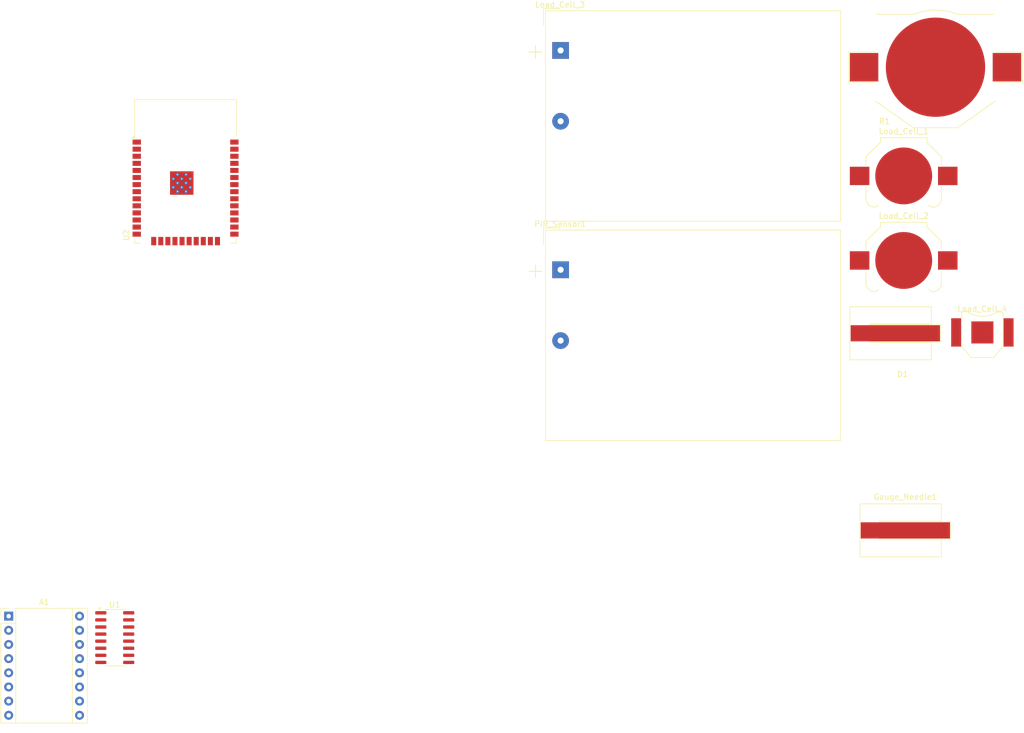
<source format=kicad_pcb>
(kicad_pcb (version 20240108) (generator "pcbnew") (generator_version "8.0")
  (layers (0 "F.Cu" signal) (31 "B.Cu" signal) (34 "B.Paste" user) (35 "F.Paste" user) (36 "B.SilkS" user "B.Silkscreen") (37 "F.SilkS" user "F.Silkscreen") (38 "B.Mask" user) (39 "F.Mask" user) (44 "Edge.Cuts" user))
  (net 0 "")
  (net 2 "Net-(A1-1B)")
  (net 3 "Net-(A1-VDD)")
  (net 5 "Net-(A1-STEP)")
  (net 9 "Net-(A1-~{ENABLE})")
  (net 11 "Net-(A1-2A)")
  (net 13 "Net-(A1-DIR)")
  (net 14 "Net-(A1-1A)")
  (net 15 "Net-(A1-2B)")
  (net 17 "Net-(Load_Cell_1-Sig+)")
  (net 24 "Net-(Load_Cell_2-Sig-)")
  (net 25 "Net-(Load_Cell_1-Exc-)")
  (net 26 "Net-(Load_Cell_1-Exc+)")
  (net 28 "Net-(U1-PD_SCK)")
  (net 31 "Net-(U1-DOUT)")
  (net 35 "Net-(U2-IO34)")
  (net 49 "Net-(PIR_Sensor1-OUT)")
  (net 63 "Net-(D1-A)")
  (footprint "Battery:BatteryHolder_Keystone_2993" (layer "F.Cu") (at 251.5 132)
    (property "Reference" "Gauge_Needle1" (at 0 -6 0) (layer "F.SilkS"))
    (property "Value" "Stepper_Motor_Gauge")
    (fp_line (start -8.15 -4.75) (end -8.15 4.75) (stroke (width 0.12)) (layer "F.SilkS"))
    (fp_line (start -8.15 -4.75) (end 6.45 -4.75) (stroke (width 0.12)) (layer "F.SilkS"))
    (fp_line (start -8.15 4.75) (end 6.45 4.75) (stroke (width 0.12)) (layer "F.SilkS"))
    (fp_line (start -4.65 -1.65) (end -4.65 -1.55) (stroke (width 0.12)) (layer "F.SilkS"))
    (fp_line (start -4.65 -1.55) (end 8.15 -1.55) (stroke (width 0.12)) (layer "F.SilkS"))
    (fp_line (start -4.65 1.55) (end 8.15 1.55) (stroke (width 0.12)) (layer "F.SilkS"))
    (fp_line (start -4.65 1.65) (end -4.65 1.55) (stroke (width 0.12)) (layer "F.SilkS"))
    (fp_line (start 6.45 -4.75) (end 6.45 -1.65) (stroke (width 0.12)) (layer "F.SilkS"))
    (fp_line (start 6.45 -1.65) (end -4.65 -1.65) (stroke (width 0.12)) (layer "F.SilkS"))
    (fp_line (start 6.45 1.65) (end -4.65 1.65) (stroke (width 0.12)) (layer "F.SilkS"))
    (fp_line (start 6.45 4.75) (end 6.45 1.65) (stroke (width 0.12)) (layer "F.SilkS"))
    (fp_line (start 8.15 -1.55) (end 8.15 1.55) (stroke (width 0.12)) (layer "F.SilkS"))
    (pad "1" smd rect (at 0 0) (size 16 2.9) (layers "F.Cu" "F.Paste" "F.Mask"))
  )
  (footprint "Battery:BatteryHolder_Keystone_2993" (layer "F.Cu") (at 249.7 96.65)
    (property "Reference" "D1" (at 1.3 7.35 0) (layer "F.SilkS"))
    (property "Value" "LED")
    (fp_line (start -8.15 -4.75) (end -8.15 4.75) (stroke (width 0.12)) (layer "F.SilkS"))
    (fp_line (start -8.15 -4.75) (end 6.45 -4.75) (stroke (width 0.12)) (layer "F.SilkS"))
    (fp_line (start -8.15 4.75) (end 6.45 4.75) (stroke (width 0.12)) (layer "F.SilkS"))
    (fp_line (start -4.65 -1.65) (end -4.65 -1.55) (stroke (width 0.12)) (layer "F.SilkS"))
    (fp_line (start -4.65 -1.55) (end 8.15 -1.55) (stroke (width 0.12)) (layer "F.SilkS"))
    (fp_line (start -4.65 1.55) (end 8.15 1.55) (stroke (width 0.12)) (layer "F.SilkS"))
    (fp_line (start -4.65 1.65) (end -4.65 1.55) (stroke (width 0.12)) (layer "F.SilkS"))
    (fp_line (start 6.45 -4.75) (end 6.45 -1.65) (stroke (width 0.12)) (layer "F.SilkS"))
    (fp_line (start 6.45 -1.65) (end -4.65 -1.65) (stroke (width 0.12)) (layer "F.SilkS"))
    (fp_line (start 6.45 1.65) (end -4.65 1.65) (stroke (width 0.12)) (layer "F.SilkS"))
    (fp_line (start 6.45 4.75) (end 6.45 1.65) (stroke (width 0.12)) (layer "F.SilkS"))
    (fp_line (start 8.15 -1.55) (end 8.15 1.55) (stroke (width 0.12)) (layer "F.SilkS"))
    (pad "1" smd rect (at 0 0) (size 16 2.9) (layers "F.Cu" "F.Paste" "F.Mask") (net 9 "Net-(A1-~{ENABLE})"))
  )
  (footprint "Module:Pololu_Breakout-16_15.2x20.3mm" (layer "F.Cu") (at 90.8 147.38)
    (property "Reference" "A1" (at 6.35 -2.54 0) (layer "F.SilkS"))
    (property "Value" "A4988")
    (fp_line (start -1.4 -1.4) (end -1.4 0) (stroke (width 0.12)) (layer "F.SilkS"))
    (fp_line (start -1.4 1.27) (end -1.4 19.18) (stroke (width 0.12)) (layer "F.SilkS"))
    (fp_line (start -1.4 19.18) (end 14.1 19.18) (stroke (width 0.12)) (layer "F.SilkS"))
    (fp_line (start 0 -1.4) (end -1.4 -1.4) (stroke (width 0.12)) (layer "F.SilkS"))
    (fp_line (start 1.27 -1.4) (end 1.27 1.27) (stroke (width 0.12)) (layer "F.SilkS"))
    (fp_line (start 1.27 1.27) (end -1.4 1.27) (stroke (width 0.12)) (layer "F.SilkS"))
    (fp_line (start 1.27 1.27) (end 1.27 19.18) (stroke (width 0.12)) (layer "F.SilkS"))
    (fp_line (start 11.43 -1.4) (end 11.43 19.18) (stroke (width 0.12)) (layer "F.SilkS"))
    (fp_line (start 14.1 -1.4) (end 1.27 -1.4) (stroke (width 0.12)) (layer "F.SilkS"))
    (fp_line (start 14.1 19.18) (end 14.1 -1.4) (stroke (width 0.12)) (layer "F.SilkS"))
    (pad "1" thru_hole rect (at 0 0) (size 1.6 1.6) (drill 0.8) (layers "*.Cu" "*.Mask"))
    (pad "2" thru_hole oval (at 0 2.54) (size 1.6 1.6) (drill 0.8) (layers "*.Cu" "*.Mask") (net 3 "Net-(A1-VDD)"))
    (pad "3" thru_hole oval (at 0 5.08) (size 1.6 1.6) (drill 0.8) (layers "*.Cu" "*.Mask") (net 2 "Net-(A1-1B)"))
    (pad "4" thru_hole oval (at 0 7.62) (size 1.6 1.6) (drill 0.8) (layers "*.Cu" "*.Mask") (net 14 "Net-(A1-1A)"))
    (pad "5" thru_hole oval (at 0 10.16) (size 1.6 1.6) (drill 0.8) (layers "*.Cu" "*.Mask") (net 11 "Net-(A1-2A)"))
    (pad "6" thru_hole oval (at 0 12.7) (size 1.6 1.6) (drill 0.8) (layers "*.Cu" "*.Mask") (net 15 "Net-(A1-2B)"))
    (pad "7" thru_hole oval (at 0 15.24) (size 1.6 1.6) (drill 0.8) (layers "*.Cu" "*.Mask"))
    (pad "8" thru_hole oval (at 0 17.78) (size 1.6 1.6) (drill 0.8) (layers "*.Cu" "*.Mask"))
    (pad "9" thru_hole oval (at 12.7 17.78) (size 1.6 1.6) (drill 0.8) (layers "*.Cu" "*.Mask") (net 9 "Net-(A1-~{ENABLE})"))
    (pad "10" thru_hole oval (at 12.7 15.24) (size 1.6 1.6) (drill 0.8) (layers "*.Cu" "*.Mask"))
    (pad "11" thru_hole oval (at 12.7 12.7) (size 1.6 1.6) (drill 0.8) (layers "*.Cu" "*.Mask"))
    (pad "12" thru_hole oval (at 12.7 10.16) (size 1.6 1.6) (drill 0.8) (layers "*.Cu" "*.Mask"))
    (pad "13" thru_hole oval (at 12.7 7.62) (size 1.6 1.6) (drill 0.8) (layers "*.Cu" "*.Mask"))
    (pad "14" thru_hole oval (at 12.7 5.08) (size 1.6 1.6) (drill 0.8) (layers "*.Cu" "*.Mask"))
    (pad "15" thru_hole oval (at 12.7 2.54) (size 1.6 1.6) (drill 0.8) (layers "*.Cu" "*.Mask") (net 5 "Net-(A1-STEP)"))
    (pad "16" thru_hole oval (at 12.7 0) (size 1.6 1.6) (drill 0.8) (layers "*.Cu" "*.Mask") (net 13 "Net-(A1-DIR)"))
  )
  (footprint "Battery:BatteryHolder_Keystone_3000_1x12mm" (layer "F.Cu") (at 251.2 83.59)
    (property "Reference" "Load_Cell_2" (at 0 -8 0) (layer "F.SilkS"))
    (property "Value" "Conn_01x04")
    (fp_line (start -6.75 -3.45) (end -4.15 -6.05) (stroke (width 0.12)) (layer "F.SilkS"))
    (fp_line (start -6.75 -2) (end -6.75 -3.45) (stroke (width 0.12)) (layer "F.SilkS"))
    (fp_line (start -6.75 2) (end -6.75 4.1) (stroke (width 0.12)) (layer "F.SilkS"))
    (fp_line (start -4.15 -6.85) (end 4.15 -6.85) (stroke (width 0.12)) (layer "F.SilkS"))
    (fp_line (start -4.15 -6.05) (end -4.15 -6.85) (stroke (width 0.12)) (layer "F.SilkS"))
    (fp_line (start 4.15 -6.85) (end 4.15 -6.05) (stroke (width 0.12)) (layer "F.SilkS"))
    (fp_line (start 4.15 -6.05) (end 6.75 -3.45) (stroke (width 0.12)) (layer "F.SilkS"))
    (fp_line (start 6.75 -3.45) (end 6.75 -2) (stroke (width 0.12)) (layer "F.SilkS"))
    (fp_line (start 6.75 2) (end 6.75 4.1) (stroke (width 0.12)) (layer "F.SilkS"))
    (fp_arc (start -5.3 5.6) (mid -6.346016 5.125305) (end -6.75 4.05) (stroke (width 0.12)) (layer "F.SilkS"))
    (fp_arc (start -4.5 5.2) (mid -4.90584 5.514615) (end -5.414615 5.58416) (stroke (width 0.12)) (layer "F.SilkS"))
    (fp_arc (start 5.414615 5.58416) (mid 4.90584 5.514615) (end 4.5 5.2) (stroke (width 0.12)) (layer "F.SilkS"))
    (fp_arc (start 6.75 4.05) (mid 6.346016 5.125305) (end 5.3 5.6) (stroke (width 0.12)) (layer "F.SilkS"))
    (pad "1" smd rect (at -7.9 0) (size 3.5 3.3) (layers "F.Cu" "F.Paste" "F.Mask") (net 26 "Net-(Load_Cell_1-Exc+)"))
    (pad "1" smd rect (at 7.9 0) (size 3.5 3.3) (layers "F.Cu" "F.Paste" "F.Mask") (net 26 "Net-(Load_Cell_1-Exc+)"))
    (pad "2" smd circle (at 0 0) (size 10.2 10.2) (layers "F.Cu" "F.Mask") (net 25 "Net-(Load_Cell_1-Exc-)"))
  )
  (footprint "Battery:BatteryHolder_Keystone_2479_3xAAA" (layer "F.Cu") (at 189.715 85.26)
    (property "Reference" "PIR_Sensor1" (at -0.09 -8.195 0) (layer "F.SilkS"))
    (property "Value" "HC-SR501")
    (fp_line (start -3.09 -7.5) (end -0.09 -7.5) (stroke (width 0.12)) (layer "F.SilkS"))
    (fp_line (start -3.09 -4.5) (end -3.09 -7.5) (stroke (width 0.12)) (layer "F.SilkS"))
    (fp_line (start -2.71 -7.12) (end -2.71 30.62) (stroke (width 0.12)) (layer "F.SilkS"))
    (fp_line (start -2.71 -7.12) (end 50.16 -7.12) (stroke (width 0.12)) (layer "F.SilkS"))
    (fp_line (start -2.71 30.62) (end 50.16 30.62) (stroke (width 0.12)) (layer "F.SilkS"))
    (fp_line (start 50.16 -7.12) (end 50.16 30.62) (stroke (width 0.12)) (layer "F.SilkS"))
    (fp_text user "+" (at -4.5 0.05 0) (layer "F.SilkS") (effects (font (size 3 3))))
    (pad "" np_thru_hole circle (at 23.72 0) (size 3.45 3.45) (drill 3.45) (layers "*.Cu" "*.Mask"))
    (pad "" np_thru_hole circle (at 23.72 23.5) (size 3.45 3.45) (drill 3.45) (layers "*.Cu" "*.Mask"))
    (pad "1" thru_hole rect (at 0 0) (size 3 3) (drill 1.1) (layers "*.Cu" "*.Mask") (net 3 "Net-(A1-VDD)"))
    (pad "2" thru_hole circle (at 0 12.7) (size 3 3) (drill 1.1) (layers "*.Cu" "*.Mask") (net 49 "Net-(PIR_Sensor1-OUT)"))
  )
  (footprint "Battery:BatteryHolder_Keystone_3000_1x12mm" (layer "F.Cu") (at 251.2 68.43)
    (property "Reference" "Load_Cell_1" (at 0 -8 0) (layer "F.SilkS"))
    (property "Value" "Conn_01x04")
    (fp_line (start -6.75 -3.45) (end -4.15 -6.05) (stroke (width 0.12)) (layer "F.SilkS"))
    (fp_line (start -6.75 -2) (end -6.75 -3.45) (stroke (width 0.12)) (layer "F.SilkS"))
    (fp_line (start -6.75 2) (end -6.75 4.1) (stroke (width 0.12)) (layer "F.SilkS"))
    (fp_line (start -4.15 -6.85) (end 4.15 -6.85) (stroke (width 0.12)) (layer "F.SilkS"))
    (fp_line (start -4.15 -6.05) (end -4.15 -6.85) (stroke (width 0.12)) (layer "F.SilkS"))
    (fp_line (start 4.15 -6.85) (end 4.15 -6.05) (stroke (width 0.12)) (layer "F.SilkS"))
    (fp_line (start 4.15 -6.05) (end 6.75 -3.45) (stroke (width 0.12)) (layer "F.SilkS"))
    (fp_line (start 6.75 -3.45) (end 6.75 -2) (stroke (width 0.12)) (layer "F.SilkS"))
    (fp_line (start 6.75 2) (end 6.75 4.1) (stroke (width 0.12)) (layer "F.SilkS"))
    (fp_arc (start -5.3 5.6) (mid -6.346016 5.125305) (end -6.75 4.05) (stroke (width 0.12)) (layer "F.SilkS"))
    (fp_arc (start -4.5 5.2) (mid -4.90584 5.514615) (end -5.414615 5.58416) (stroke (width 0.12)) (layer "F.SilkS"))
    (fp_arc (start 5.414615 5.58416) (mid 4.90584 5.514615) (end 4.5 5.2) (stroke (width 0.12)) (layer "F.SilkS"))
    (fp_arc (start 6.75 4.05) (mid 6.346016 5.125305) (end 5.3 5.6) (stroke (width 0.12)) (layer "F.SilkS"))
    (pad "1" smd rect (at -7.9 0) (size 3.5 3.3) (layers "F.Cu" "F.Paste" "F.Mask") (net 26 "Net-(Load_Cell_1-Exc+)"))
    (pad "1" smd rect (at 7.9 0) (size 3.5 3.3) (layers "F.Cu" "F.Paste" "F.Mask") (net 26 "Net-(Load_Cell_1-Exc+)"))
    (pad "2" smd circle (at 0 0) (size 10.2 10.2) (layers "F.Cu" "F.Mask") (net 25 "Net-(Load_Cell_1-Exc-)"))
  )
  (footprint "Battery:BatteryHolder_Keystone_3002_1x2032" (layer "F.Cu") (at 256.9 48.937512)
    (property "Reference" "R1" (at -9.15 9.7 0) (layer "F.SilkS"))
    (property "Value" "R")
    (fp_line (start -15.55 -2.75) (end -15.55 2.75) (stroke (width 0.12)) (layer "F.SilkS"))
    (fp_line (start -15.55 2.75) (end -10.75 2.75) (stroke (width 0.12)) (layer "F.SilkS"))
    (fp_line (start -10.8 6.05) (end -3.95 10.85) (stroke (width 0.12)) (layer "F.SilkS"))
    (fp_line (start -10.75 -2.75) (end -15.55 -2.75) (stroke (width 0.12)) (layer "F.SilkS"))
    (fp_line (start -10.55 -9.5) (end -3.85 -9.5) (stroke (width 0.12)) (layer "F.SilkS"))
    (fp_line (start -3.95 10.85) (end 3.95 10.85) (stroke (width 0.12)) (layer "F.SilkS"))
    (fp_line (start 3.95 10.85) (end 10.75 6.05) (stroke (width 0.12)) (layer "F.SilkS"))
    (fp_line (start 10.55 -9.5) (end 3.85 -9.5) (stroke (width 0.12)) (layer "F.SilkS"))
    (fp_line (start 10.75 2.75) (end 15.55 2.75) (stroke (width 0.12)) (layer "F.SilkS"))
    (fp_line (start 15.55 -2.75) (end 10.75 -2.75) (stroke (width 0.12)) (layer "F.SilkS"))
    (fp_line (start 15.55 2.75) (end 15.55 -2.75) (stroke (width 0.12)) (layer "F.SilkS"))
    (fp_arc (start -3.846385 -9.501464) (mid 0.00195 -10.250487) (end 3.85 -9.5) (stroke (width 0.12)) (layer "F.SilkS"))
    (pad "1" smd rect (at -12.8 0) (size 5.1 5.1) (layers "F.Cu" "F.Paste" "F.Mask") (net 35 "Net-(U2-IO34)"))
    (pad "1" smd rect (at 12.8 0) (size 5.1 5.1) (layers "F.Cu" "F.Paste" "F.Mask") (net 35 "Net-(U2-IO34)"))
    (pad "2" smd circle (at 0 0) (size 17.8 17.8) (layers "F.Cu" "F.Mask") (net 63 "Net-(D1-A)"))
  )
  (footprint "Package_SO:SOP-16_3.9x9.9mm_P1.27mm" (layer "F.Cu") (at 109.81 151.23)
    (property "Reference" "U1" (at 0 -5.9 0) (layer "F.SilkS"))
    (property "Value" "HX711")
    (fp_line (start 0 -5.06) (end -1.95 -5.06) (stroke (width 0.12)) (layer "F.SilkS"))
    (fp_line (start 0 -5.06) (end 1.95 -5.06) (stroke (width 0.12)) (layer "F.SilkS"))
    (fp_line (start 0 5.06) (end -1.95 5.06) (stroke (width 0.12)) (layer "F.SilkS"))
    (fp_line (start 0 5.06) (end 1.95 5.06) (stroke (width 0.12)) (layer "F.SilkS"))
    (fp_poly (pts (xy -2.725 -5.005) (xy -2.965 -5.335) (xy -2.485 -5.335) (xy -2.725 -5.005)) (stroke (width 0.12)) (fill solid) (layer "F.SilkS"))
    (pad "1" smd roundrect (at -2.5 -4.445) (size 2 0.6) (layers "F.Cu" "F.Paste" "F.Mask") (net 26 "Net-(Load_Cell_1-Exc+)"))
    (pad "2" smd roundrect (at -2.5 -3.175) (size 2 0.6) (layers "F.Cu" "F.Paste" "F.Mask"))
    (pad "3" smd roundrect (at -2.5 -1.905) (size 2 0.6) (layers "F.Cu" "F.Paste" "F.Mask"))
    (pad "4" smd roundrect (at -2.5 -0.635) (size 2 0.6) (layers "F.Cu" "F.Paste" "F.Mask"))
    (pad "5" smd roundrect (at -2.5 0.635) (size 2 0.6) (layers "F.Cu" "F.Paste" "F.Mask") (net 25 "Net-(Load_Cell_1-Exc-)"))
    (pad "6" smd roundrect (at -2.5 1.905) (size 2 0.6) (layers "F.Cu" "F.Paste" "F.Mask"))
    (pad "7" smd roundrect (at -2.5 3.175) (size 2 0.6) (layers "F.Cu" "F.Paste" "F.Mask") (net 24 "Net-(Load_Cell_2-Sig-)"))
    (pad "8" smd roundrect (at -2.5 4.445) (size 2 0.6) (layers "F.Cu" "F.Paste" "F.Mask") (net 17 "Net-(Load_Cell_1-Sig+)"))
    (pad "9" smd roundrect (at 2.5 4.445) (size 2 0.6) (layers "F.Cu" "F.Paste" "F.Mask"))
    (pad "10" smd roundrect (at 2.5 3.175) (size 2 0.6) (layers "F.Cu" "F.Paste" "F.Mask"))
    (pad "11" smd roundrect (at 2.5 1.905) (size 2 0.6) (layers "F.Cu" "F.Paste" "F.Mask") (net 28 "Net-(U1-PD_SCK)"))
    (pad "12" smd roundrect (at 2.5 0.635) (size 2 0.6) (layers "F.Cu" "F.Paste" "F.Mask") (net 31 "Net-(U1-DOUT)"))
    (pad "13" smd roundrect (at 2.5 -0.635) (size 2 0.6) (layers "F.Cu" "F.Paste" "F.Mask"))
    (pad "14" smd roundrect (at 2.5 -1.905) (size 2 0.6) (layers "F.Cu" "F.Paste" "F.Mask"))
    (pad "15" smd roundrect (at 2.5 -3.175) (size 2 0.6) (layers "F.Cu" "F.Paste" "F.Mask"))
    (pad "16" smd roundrect (at 2.5 -4.445) (size 2 0.6) (layers "F.Cu" "F.Paste" "F.Mask"))
  )
  (footprint "RF_Module:ESP32-WROOM-32" (layer "F.Cu") (at 122.5 70.615)
    (property "Reference" "U2" (at -10.61 8.43 90) (layer "F.SilkS"))
    (property "Value" "ESP32-WROOM-32")
    (fp_line (start -9.12 -15.86) (end -9.12 -9.7) (stroke (width 0.12)) (layer "F.SilkS"))
    (fp_line (start -9.12 -15.86) (end 9.12 -15.86) (stroke (width 0.12)) (layer "F.SilkS"))
    (fp_line (start -9.12 9.1) (end -9.12 9.88) (stroke (width 0.12)) (layer "F.SilkS"))
    (fp_line (start -9.12 9.88) (end -8.12 9.88) (stroke (width 0.12)) (layer "F.SilkS"))
    (fp_line (start 9.12 -15.86) (end 9.12 -9.445) (stroke (width 0.12)) (layer "F.SilkS"))
    (fp_line (start 9.12 9.1) (end 9.12 9.88) (stroke (width 0.12)) (layer "F.SilkS"))
    (fp_line (start 9.12 9.88) (end 8.12 9.88) (stroke (width 0.12)) (layer "F.SilkS"))
    (fp_poly (pts (xy -9.125 -8.975) (xy -9.625 -8.975) (xy -9.125 -9.475) (xy -9.125 -8.975)) (stroke (width 0.12)) (fill solid) (layer "F.SilkS"))
    (pad "1" smd rect (at -8.75 -8.25) (size 1.5 0.9) (layers "F.Cu" "F.Paste" "F.Mask") (net 9 "Net-(A1-~{ENABLE})"))
    (pad "2" smd rect (at -8.75 -6.98) (size 1.5 0.9) (layers "F.Cu" "F.Paste" "F.Mask") (net 3 "Net-(A1-VDD)"))
    (pad "3" smd rect (at -8.75 -5.71) (size 1.5 0.9) (layers "F.Cu" "F.Paste" "F.Mask"))
    (pad "4" smd rect (at -8.75 -4.44) (size 1.5 0.9) (layers "F.Cu" "F.Paste" "F.Mask"))
    (pad "5" smd rect (at -8.75 -3.17) (size 1.5 0.9) (layers "F.Cu" "F.Paste" "F.Mask"))
    (pad "6" smd rect (at -8.75 -1.9) (size 1.5 0.9) (layers "F.Cu" "F.Paste" "F.Mask") (net 35 "Net-(U2-IO34)"))
    (pad "7" smd rect (at -8.75 -0.63) (size 1.5 0.9) (layers "F.Cu" "F.Paste" "F.Mask") (net 49 "Net-(PIR_Sensor1-OUT)"))
    (pad "8" smd rect (at -8.75 0.64) (size 1.5 0.9) (layers "F.Cu" "F.Paste" "F.Mask"))
    (pad "9" smd rect (at -8.75 1.91) (size 1.5 0.9) (layers "F.Cu" "F.Paste" "F.Mask"))
    (pad "10" smd rect (at -8.75 3.18) (size 1.5 0.9) (layers "F.Cu" "F.Paste" "F.Mask"))
    (pad "11" smd rect (at -8.75 4.45) (size 1.5 0.9) (layers "F.Cu" "F.Paste" "F.Mask"))
    (pad "12" smd rect (at -8.75 5.72) (size 1.5 0.9) (layers "F.Cu" "F.Paste" "F.Mask") (net 13 "Net-(A1-DIR)"))
    (pad "13" smd rect (at -8.75 6.99) (size 1.5 0.9) (layers "F.Cu" "F.Paste" "F.Mask") (net 5 "Net-(A1-STEP)"))
    (pad "14" smd rect (at -8.75 8.26) (size 1.5 0.9) (layers "F.Cu" "F.Paste" "F.Mask"))
    (pad "15" smd rect (at -5.71 9.51 90) (size 1.5 0.9) (layers "F.Cu" "F.Paste" "F.Mask") (net 9 "Net-(A1-~{ENABLE})"))
    (pad "16" smd rect (at -4.44 9.51 90) (size 1.5 0.9) (layers "F.Cu" "F.Paste" "F.Mask"))
    (pad "17" smd rect (at -3.17 9.51 90) (size 1.5 0.9) (layers "F.Cu" "F.Paste" "F.Mask"))
    (pad "18" smd rect (at -1.9 9.51 90) (size 1.5 0.9) (layers "F.Cu" "F.Paste" "F.Mask"))
    (pad "19" smd rect (at -0.63 9.51 90) (size 1.5 0.9) (layers "F.Cu" "F.Paste" "F.Mask"))
    (pad "20" smd rect (at 0.64 9.51 90) (size 1.5 0.9) (layers "F.Cu" "F.Paste" "F.Mask"))
    (pad "21" smd rect (at 1.91 9.51 90) (size 1.5 0.9) (layers "F.Cu" "F.Paste" "F.Mask"))
    (pad "22" smd rect (at 3.18 9.51 90) (size 1.5 0.9) (layers "F.Cu" "F.Paste" "F.Mask"))
    (pad "23" smd rect (at 4.45 9.51 90) (size 1.5 0.9) (layers "F.Cu" "F.Paste" "F.Mask"))
    (pad "24" smd rect (at 5.72 9.51 90) (size 1.5 0.9) (layers "F.Cu" "F.Paste" "F.Mask"))
    (pad "25" smd rect (at 8.75 8.26) (size 1.5 0.9) (layers "F.Cu" "F.Paste" "F.Mask"))
    (pad "26" smd rect (at 8.75 6.99) (size 1.5 0.9) (layers "F.Cu" "F.Paste" "F.Mask") (net 31 "Net-(U1-DOUT)"))
    (pad "27" smd rect (at 8.75 5.72) (size 1.5 0.9) (layers "F.Cu" "F.Paste" "F.Mask"))
    (pad "28" smd rect (at 8.75 4.45) (size 1.5 0.9) (layers "F.Cu" "F.Paste" "F.Mask"))
    (pad "29" smd rect (at 8.75 3.18) (size 1.5 0.9) (layers "F.Cu" "F.Paste" "F.Mask") (net 28 "Net-(U1-PD_SCK)"))
    (pad "30" smd rect (at 8.75 1.91) (size 1.5 0.9) (layers "F.Cu" "F.Paste" "F.Mask"))
    (pad "31" smd rect (at 8.75 0.64) (size 1.5 0.9) (layers "F.Cu" "F.Paste" "F.Mask"))
    (pad "32" smd rect (at 8.75 -0.63) (size 1.5 0.9) (layers "F.Cu" "F.Paste" "F.Mask"))
    (pad "33" smd rect (at 8.75 -1.9) (size 1.5 0.9) (layers "F.Cu" "F.Paste" "F.Mask"))
    (pad "34" smd rect (at 8.75 -3.17) (size 1.5 0.9) (layers "F.Cu" "F.Paste" "F.Mask"))
    (pad "35" smd rect (at 8.75 -4.44) (size 1.5 0.9) (layers "F.Cu" "F.Paste" "F.Mask"))
    (pad "36" smd rect (at 8.75 -5.71) (size 1.5 0.9) (layers "F.Cu" "F.Paste" "F.Mask"))
    (pad "37" smd rect (at 8.75 -6.98) (size 1.5 0.9) (layers "F.Cu" "F.Paste" "F.Mask"))
    (pad "38" smd rect (at 8.75 -8.25) (size 1.5 0.9) (layers "F.Cu" "F.Paste" "F.Mask") (net 9 "Net-(A1-~{ENABLE})"))
    (pad "39" smd rect (at -2.205 -2.435) (size 1.05 1.05) (layers "F.Cu" "F.Paste") (net 9 "Net-(A1-~{ENABLE})"))
    (pad "39" thru_hole circle (at -2.205 -1.6725) (size 0.6 0.6) (drill 0.2) (property pad_prop_heatsink) (layers "*.Cu" "F.Mask") (net 9 "Net-(A1-~{ENABLE})"))
    (pad "39" smd rect (at -2.205 -0.91) (size 1.05 1.05) (layers "F.Cu" "F.Paste") (net 9 "Net-(A1-~{ENABLE})"))
    (pad "39" thru_hole circle (at -2.205 -0.1475) (size 0.6 0.6) (drill 0.2) (property pad_prop_heatsink) (layers "*.Cu" "F.Mask") (net 9 "Net-(A1-~{ENABLE})"))
    (pad "39" smd rect (at -2.205 0.615) (size 1.05 1.05) (layers "F.Cu" "F.Paste") (net 9 "Net-(A1-~{ENABLE})"))
    (pad "39" thru_hole circle (at -1.4425 -2.435) (size 0.6 0.6) (drill 0.2) (property pad_prop_heatsink) (layers "*.Cu" "F.Mask") (net 9 "Net-(A1-~{ENABLE})"))
    (pad "39" thru_hole circle (at -1.4425 -0.91) (size 0.6 0.6) (drill 0.2) (property pad_prop_heatsink) (layers "*.Cu" "F.Mask") (net 9 "Net-(A1-~{ENABLE})"))
    (pad "39" thru_hole circle (at -1.4425 0.615) (size 0.6 0.6) (drill 0.2) (property pad_prop_heatsink) (layers "*.Cu" "F.Mask") (net 9 "Net-(A1-~{ENABLE})"))
    (pad "39" smd rect (at -0.68 -2.435) (size 1.05 1.05) (layers "F.Cu" "F.Paste") (net 9 "Net-(A1-~{ENABLE})"))
    (pad "39" thru_hole circle (at -0.68 -1.6725) (size 0.6 0.6) (drill 0.2) (property pad_prop_heatsink) (layers "*.Cu" "F.Mask") (net 9 "Net-(A1-~{ENABLE})"))
    (pad "39" smd rect (at -0.68 -0.91) (size 1.05 1.05) (layers "F.Cu" "F.Paste") (net 9 "Net-(A1-~{ENABLE})"))
    (pad "39" smd rect (at -0.68 -0.91) (size 4.2 4.2) (property pad_prop_heatsink) (layers "F.Cu" "F.Mask") (net 9 "Net-(A1-~{ENABLE})"))
    (pad "39" thru_hole circle (at -0.68 -0.1475) (size 0.6 0.6) (drill 0.2) (property pad_prop_heatsink) (layers "*.Cu" "F.Mask") (net 9 "Net-(A1-~{ENABLE})"))
    (pad "39" smd rect (at -0.68 0.615) (size 1.05 1.05) (layers "F.Cu" "F.Paste") (net 9 "Net-(A1-~{ENABLE})"))
    (pad "39" thru_hole circle (at 0.0825 -2.435) (size 0.6 0.6) (drill 0.2) (property pad_prop_heatsink) (layers "*.Cu" "F.Mask") (net 9 "Net-(A1-~{ENABLE})"))
    (pad "39" thru_hole circle (at 0.0825 -0.91) (size 0.6 0.6) (drill 0.2) (property pad_prop_heatsink) (layers "*.Cu" "F.Mask") (net 9 "Net-(A1-~{ENABLE})"))
    (pad "39" thru_hole circle (at 0.0825 0.615) (size 0.6 0.6) (drill 0.2) (property pad_prop_heatsink) (layers "*.Cu" "F.Mask") (net 9 "Net-(A1-~{ENABLE})"))
    (pad "39" smd rect (at 0.845 -2.435) (size 1.05 1.05) (layers "F.Cu" "F.Paste") (net 9 "Net-(A1-~{ENABLE})"))
    (pad "39" thru_hole circle (at 0.845 -1.6725) (size 0.6 0.6) (drill 0.2) (property pad_prop_heatsink) (layers "*.Cu" "F.Mask") (net 9 "Net-(A1-~{ENABLE})"))
    (pad "39" smd rect (at 0.845 -0.91) (size 1.05 1.05) (layers "F.Cu" "F.Paste") (net 9 "Net-(A1-~{ENABLE})"))
    (pad "39" thru_hole circle (at 0.845 -0.1475) (size 0.6 0.6) (drill 0.2) (property pad_prop_heatsink) (layers "*.Cu" "F.Mask") (net 9 "Net-(A1-~{ENABLE})"))
    (pad "39" smd rect (at 0.845 0.615) (size 1.05 1.05) (layers "F.Cu" "F.Paste") (net 9 "Net-(A1-~{ENABLE})"))
  )
  (footprint "Battery:BatteryHolder_Keystone_2998_1x6.8mm" (layer "F.Cu") (at 265.3 96.5)
    (property "Reference" "Load_Cell_4" (at 0 -4.2 0) (layer "F.SilkS"))
    (property "Value" "Conn_01x04")
    (fp_line (start -3.7 -3.5) (end -3.7 2.5) (stroke (width 0.12)) (layer "F.SilkS"))
    (fp_line (start -2 4.5) (end -3.7 2.5) (stroke (width 0.12)) (layer "F.SilkS"))
    (fp_line (start -2 4.5) (end 2 4.5) (stroke (width 0.12)) (layer "F.SilkS"))
    (fp_line (start 2 4.5) (end 3.7 2.5) (stroke (width 0.12)) (layer "F.SilkS"))
    (fp_line (start 3.7 -3.5) (end 3.7 2.5) (stroke (width 0.12)) (layer "F.SilkS"))
    (fp_arc (start -3.705648 -3.490673) (mid -3.055452 -3.863197) (end -2.4 -3.5) (stroke (width 0.12)) (layer "F.SilkS"))
    (fp_arc (start 2.391383 -3.495415) (mid -0.00488 -2.900002) (end -2.4 -3.5) (stroke (width 0.12)) (layer "F.SilkS"))
    (fp_arc (start 2.392627 -3.493972) (mid 3.046477 -3.866382) (end 3.703723 -3.5) (stroke (width 0.12)) (layer "F.SilkS"))
    (pad "1" smd rect (at -4.7 0) (size 1.78 5.08) (layers "F.Cu" "F.Paste" "F.Mask") (net 26 "Net-(Load_Cell_1-Exc+)"))
    (pad "1" smd rect (at 4.7 0) (size 1.78 5.08) (layers "F.Cu" "F.Paste" "F.Mask") (net 26 "Net-(Load_Cell_1-Exc+)"))
    (pad "2" smd rect (at 0 0) (size 3.96 3.96) (layers "F.Cu" "F.Paste" "F.Mask") (net 25 "Net-(Load_Cell_1-Exc-)"))
  )
  (footprint "Battery:BatteryHolder_Keystone_2479_3xAAA" (layer "F.Cu") (at 189.715 45.925)
    (property "Reference" "Load_Cell_3" (at -0.09 -8.195 0) (layer "F.SilkS"))
    (property "Value" "Conn_01x04")
    (fp_line (start -3.09 -7.5) (end -0.09 -7.5) (stroke (width 0.12)) (layer "F.SilkS"))
    (fp_line (start -3.09 -4.5) (end -3.09 -7.5) (stroke (width 0.12)) (layer "F.SilkS"))
    (fp_line (start -2.71 -7.12) (end -2.71 30.62) (stroke (width 0.12)) (layer "F.SilkS"))
    (fp_line (start -2.71 -7.12) (end 50.16 -7.12) (stroke (width 0.12)) (layer "F.SilkS"))
    (fp_line (start -2.71 30.62) (end 50.16 30.62) (stroke (width 0.12)) (layer "F.SilkS"))
    (fp_line (start 50.16 -7.12) (end 50.16 30.62) (stroke (width 0.12)) (layer "F.SilkS"))
    (fp_text user "+" (at -4.5 0.05 0) (layer "F.SilkS") (effects (font (size 3 3))))
    (pad "" np_thru_hole circle (at 23.72 0) (size 3.45 3.45) (drill 3.45) (layers "*.Cu" "*.Mask"))
    (pad "" np_thru_hole circle (at 23.72 23.5) (size 3.45 3.45) (drill 3.45) (layers "*.Cu" "*.Mask"))
    (pad "1" thru_hole rect (at 0 0) (size 3 3) (drill 1.1) (layers "*.Cu" "*.Mask") (net 26 "Net-(Load_Cell_1-Exc+)"))
    (pad "2" thru_hole circle (at 0 12.7) (size 3 3) (drill 1.1) (layers "*.Cu" "*.Mask") (net 25 "Net-(Load_Cell_1-Exc-)"))
  )
)
</source>
